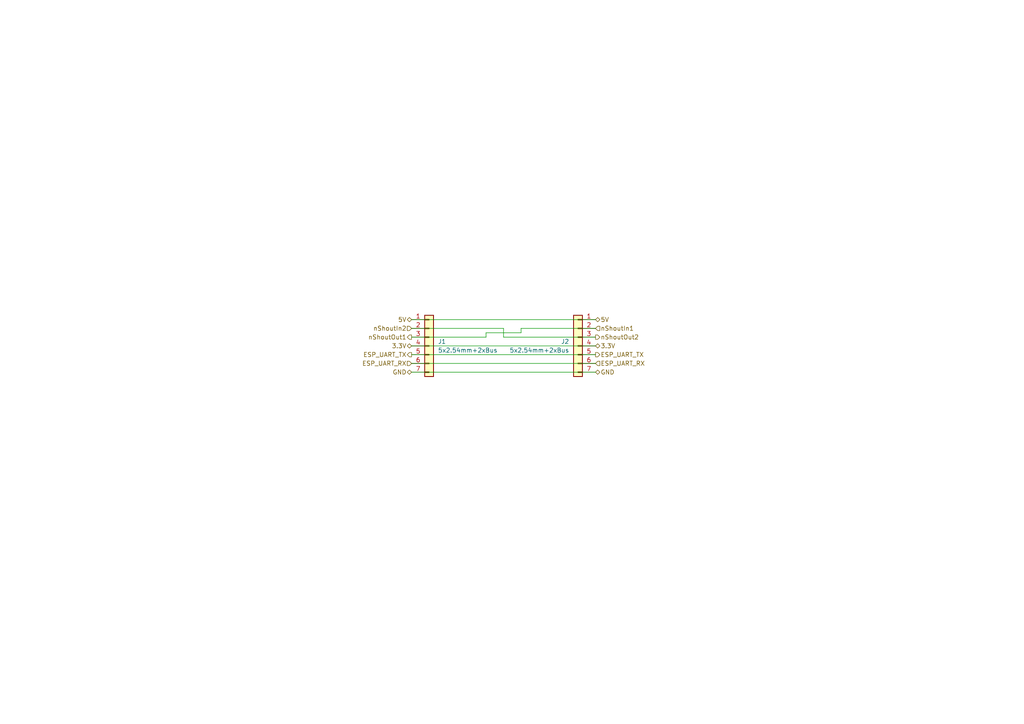
<source format=kicad_sch>
(kicad_sch (version 20250114) (generator "eeschema") (generator_version "9.0")
  (paper "A4")
  (lib_symbols
    (symbol "Connector_Generic:Conn_01x07" (pin_names (offset 1.016) (hide yes))
      (property "Reference" "J" (at 0 10.16 0))
      (property "Value" "Conn_01x07" (at 0 -10.16 0))
      (symbol "Conn_01x07_1_1"
        (rectangle (start -1.27 8.89) (end 1.27 -8.89) (stroke (width 0.254)) (fill (type background)))
        (rectangle (start -1.27 7.747) (end 0 7.493) (stroke (width 0.1524)))
        (rectangle (start -1.27 5.207) (end 0 4.953) (stroke (width 0.1524)))
        (rectangle (start -1.27 2.667) (end 0 2.413) (stroke (width 0.1524)))
        (rectangle (start -1.27 0.127) (end 0 -0.127) (stroke (width 0.1524)))
        (rectangle (start -1.27 -2.413) (end 0 -2.667) (stroke (width 0.1524)))
        (rectangle (start -1.27 -4.953) (end 0 -5.207) (stroke (width 0.1524)))
        (rectangle (start -1.27 -7.493) (end 0 -7.747) (stroke (width 0.1524)))
        (pin passive line (at -5.08 7.62 0) (length 3.81) (name "Pin_1") (number "1"))
        (pin passive line (at -5.08 5.08 0) (length 3.81) (name "Pin_2") (number "2"))
        (pin passive line (at -5.08 2.54 0) (length 3.81) (name "Pin_3") (number "3"))
        (pin passive line (at -5.08 0 0) (length 3.81) (name "Pin_4") (number "4"))
        (pin passive line (at -5.08 -2.54 0) (length 3.81) (name "Pin_5") (number "5"))
        (pin passive line (at -5.08 -5.08 0) (length 3.81) (name "Pin_6") (number "6"))
        (pin passive line (at -5.08 -7.62 0) (length 3.81) (name "Pin_7") (number "7"))
      )
    )
  )
  (wire (pts (xy 119.38 102.87) (xy 172.72 102.87)))
  (wire (pts (xy 146.05 95.25) (xy 146.05 97.79)))
  (wire (pts (xy 119.38 107.95) (xy 172.72 107.95)))
  (wire (pts (xy 151.13 96.52) (xy 140.97 96.52)))
  (wire (pts (xy 172.72 95.25) (xy 151.13 95.25)))
  (wire (pts (xy 140.97 96.52) (xy 140.97 97.79)))
  (wire (pts (xy 151.13 95.25) (xy 151.13 96.52)))
  (wire (pts (xy 140.97 97.79) (xy 119.38 97.79)))
  (wire (pts (xy 119.38 100.33) (xy 172.72 100.33)))
  (wire (pts (xy 119.38 92.71) (xy 172.72 92.71)))
  (wire (pts (xy 146.05 97.79) (xy 172.72 97.79)))
  (wire (pts (xy 119.38 95.25) (xy 146.05 95.25)))
  (wire (pts (xy 119.38 105.41) (xy 172.72 105.41)))
  (hierarchical_label "GND" (shape bidirectional) (at 172.72 107.95 0))
  (hierarchical_label "3.3V" (shape bidirectional) (at 172.72 100.33 0))
  (hierarchical_label "5V" (shape bidirectional) (at 172.72 92.71 0))
  (hierarchical_label "nShoutIn1" (shape input) (at 172.72 95.25 0))
  (hierarchical_label "5V" (shape bidirectional) (at 119.38 92.71 180))
  (hierarchical_label "GND" (shape bidirectional) (at 119.38 107.95 180))
  (hierarchical_label "nShoutIn2" (shape input) (at 119.38 95.25 180))
  (hierarchical_label "nShoutOut1" (shape output) (at 119.38 97.79 180))
  (hierarchical_label "ESP_UART_RX" (shape input) (at 172.72 105.41 0))
  (hierarchical_label "nShoutOut2" (shape output) (at 172.72 97.79 0))
  (hierarchical_label "ESP_UART_TX" (shape output) (at 172.72 102.87 0))
  (hierarchical_label "ESP_UART_RX" (shape input) (at 119.38 105.41 180))
  (hierarchical_label "ESP_UART_TX" (shape output) (at 119.38 102.87 180))
  (hierarchical_label "3.3V" (shape bidirectional) (at 119.38 100.33 180))
  (symbol (lib_id "Connector_Generic:Conn_01x07") (at 124.46 100.33 0) (unit 1)
    (property "Reference" "J1" (at 127 99.0599 0) (effects (justify left)))
    (property "Value" "5x2.54mm+2xBus" (at 127 101.5999 0) (effects (justify left)))
    (property "Description" "Generic connector, single row, 01x07, script generated (kicad-library-utils/schlib/autogen/connector/)" (effects (hide yes)))
  )
  (symbol (lib_id "Connector_Generic:Conn_01x07") (at 167.64 100.33 0) (mirror y) (unit 1)
    (property "Reference" "J2" (at 165.1 99.0599 0) (effects (justify left)))
    (property "Value" "5x2.54mm+2xBus" (at 165.1 101.5999 0) (effects (justify left)))
    (property "Description" "Generic connector, single row, 01x07, script generated (kicad-library-utils/schlib/autogen/connector/)" (effects (hide yes)))
  )
)
</source>
